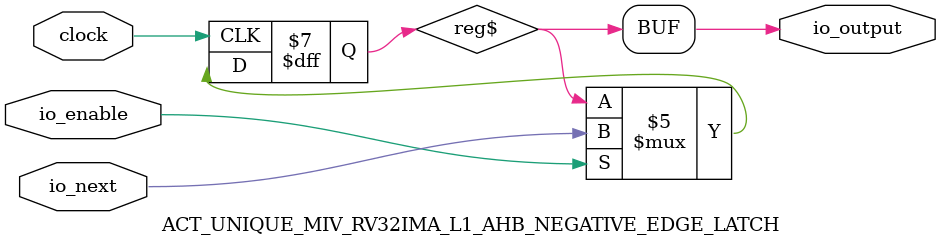
<source format=v>
`define RANDOMIZE
`timescale 1ns/10ps
module ACT_UNIQUE_MIV_RV32IMA_L1_AHB_NEGATIVE_EDGE_LATCH(
  input   clock,
  input   io_next,
  input   io_enable,
  output  io_output
);
  reg  reg$;
  reg [31:0] _RAND_0;
  wire  _GEN_0;
  assign io_output = reg$;
  assign _GEN_0 = io_enable ? io_next : reg$;
`ifdef RANDOMIZE
  integer initvar;
  initial begin
    `ifndef verilator
      #0.002 begin end
    `endif
  `ifdef RANDOMIZE_REG_INIT
  _RAND_0 = {1{$random}};
  reg$ = _RAND_0[0:0];
  `endif // RANDOMIZE_REG_INIT
  end
`endif // RANDOMIZE
  always @(posedge clock) begin
    if (io_enable) begin
      reg$ <= io_next;
    end
  end
endmodule

</source>
